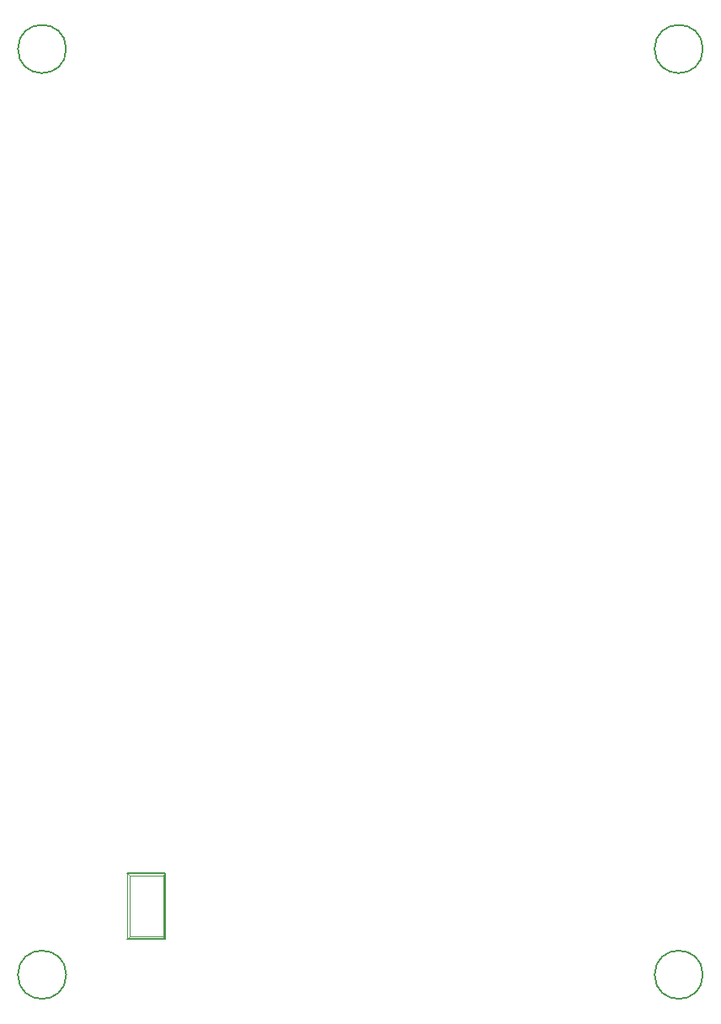
<source format=gbr>
G04 #@! TF.FileFunction,Other,ECO1*
%FSLAX46Y46*%
G04 Gerber Fmt 4.6, Leading zero omitted, Abs format (unit mm)*
G04 Created by KiCad (PCBNEW 0.201502071101+5410~21~ubuntu14.04.1-product) date mié 11 mar 2015 22:43:00 COT*
%MOMM*%
G01*
G04 APERTURE LIST*
%ADD10C,0.150000*%
%ADD11C,0.152400*%
%ADD12C,0.076200*%
G04 APERTURE END LIST*
D10*
D11*
X35395000Y-112382000D02*
X31585000Y-112382000D01*
X31585000Y-105778000D02*
X35395000Y-105778000D01*
X35395000Y-105778000D02*
X35395000Y-112382000D01*
D12*
X35166400Y-112128000D02*
X35166400Y-106032000D01*
X35166400Y-106032000D02*
X31839000Y-106032000D01*
X31839000Y-106032000D02*
X31839000Y-112128000D01*
X31839000Y-112128000D02*
X31585000Y-112382000D01*
X31585000Y-112382000D02*
X31585000Y-105778000D01*
X31585000Y-105778000D02*
X31839000Y-106032000D01*
X31839000Y-106032000D02*
X35141000Y-106032000D01*
X35141000Y-106032000D02*
X35369600Y-105803400D01*
X35369600Y-105803400D02*
X35369600Y-106413000D01*
X35369600Y-107175000D02*
X35369600Y-108699000D01*
X35369600Y-109461000D02*
X35369600Y-110985000D01*
X35369600Y-111747000D02*
X35369600Y-112356600D01*
X35369600Y-112356600D02*
X35141000Y-112128000D01*
X35141000Y-112128000D02*
X31839000Y-112128000D01*
X31839000Y-112128000D02*
X31585000Y-112382000D01*
X31585000Y-112382000D02*
X31585000Y-110604000D01*
D10*
X25425000Y-116000000D02*
G75*
G03X25425000Y-116000000I-2425000J0D01*
G01*
X89425000Y-116000000D02*
G75*
G03X89425000Y-116000000I-2425000J0D01*
G01*
X25425000Y-23000000D02*
G75*
G03X25425000Y-23000000I-2425000J0D01*
G01*
X89425000Y-23000000D02*
G75*
G03X89425000Y-23000000I-2425000J0D01*
G01*
M02*

</source>
